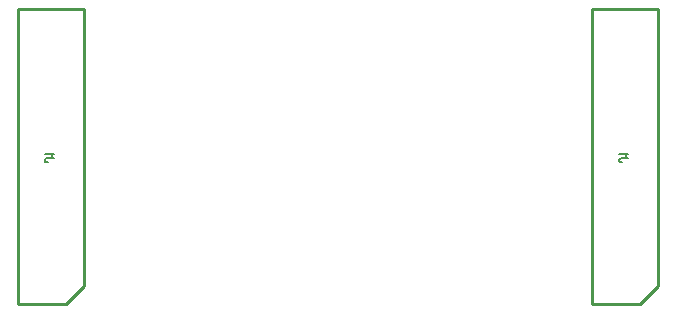
<source format=gm1>
%FSLAX23Y23*%
%MOIN*%
%SFA1B1*%

%IPPOS*%
%ADD10C,0.009840*%
%ADD68C,0.005000*%
%LNbms-1*%
%LPD*%
G54D10*
X248Y787D02*
X307Y846D01*
Y1771*
X86D02*
X307D01*
X86Y787D02*
Y1771D01*
Y787D02*
X248D01*
X2161D02*
X2220Y846D01*
Y1771*
X2000D02*
X2220D01*
X2000Y787D02*
Y1771D01*
Y787D02*
X2161D01*
G54D68*
X206Y1274D02*
X184D01*
X179Y1272*
X178Y1271*
X177Y1268*
Y1265*
X178Y1263*
X179Y1261*
X184Y1260*
X186*
X200Y1281D02*
X202Y1284D01*
X206Y1288*
X177*
X2120Y1274D02*
X2097D01*
X2093Y1272*
X2091Y1271*
X2090Y1268*
Y1265*
X2091Y1263*
X2093Y1261*
X2097Y1260*
X2100*
X2114Y1281D02*
X2115Y1284D01*
X2120Y1288*
X2090*
M02*
</source>
